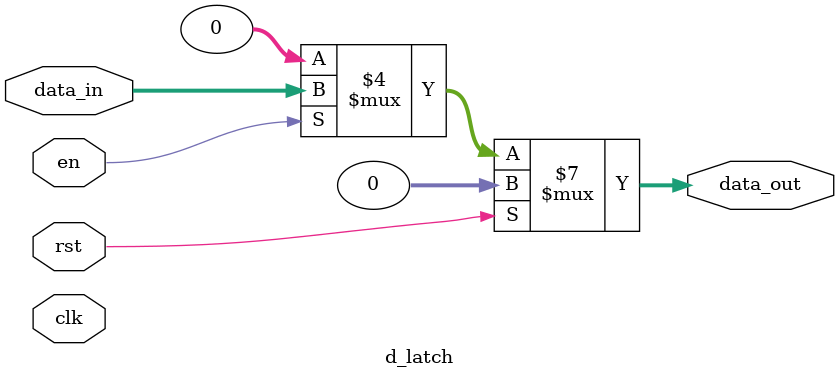
<source format=v>
module d_latch_top #(parameter WIDTH=32) (clk,rst,data_in,data_out);
    input clk;
    input rst;
    input [WIDTH-1:0] data_in;
    output [WIDTH-1:0] data_out;

    reg enable;
    wire [WIDTH-1:0] d_out;
    
    always @ (posedge clk or posedge rst) begin
        if (rst)
            enable <= 0;
        else
            enable <= 1;
    end

    d_latch #(.WIDTH(WIDTH)) d_latch_inst (.clk(clk),.rst(rst),.data_in(data_in),.data_out(d_out),.en(enable));

    assign data_out=d_out;
endmodule

module d_latch #(parameter WIDTH=32) (clk,rst,data_in,data_out,en);
    input [WIDTH-1:0] data_in;
    input en;
    input clk;
    input rst;
    output reg [WIDTH-1:0] data_out;
    
    always @ (en or rst or data_in)
        if (rst)
            data_out <= 0;
        else if (!en)
            data_out <= 0;
        else    
            data_out <= data_in;
endmodule
</source>
